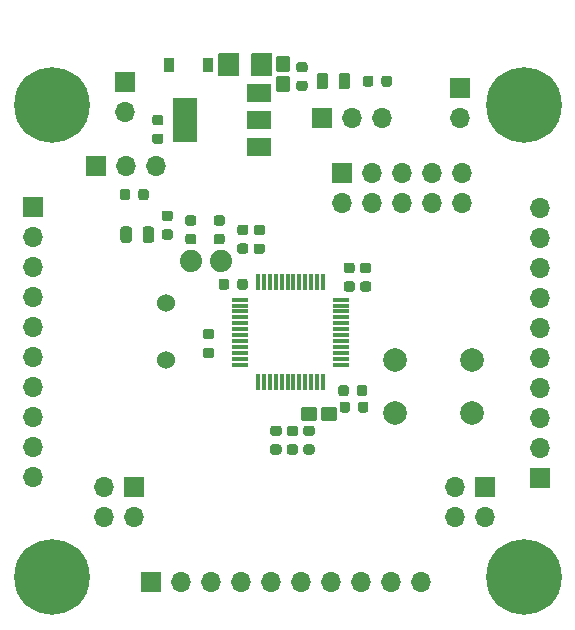
<source format=gbr>
%TF.GenerationSoftware,KiCad,Pcbnew,5.1.10-88a1d61d58~88~ubuntu20.04.1*%
%TF.CreationDate,2021-06-20T20:02:36+02:00*%
%TF.ProjectId,bluePillG,626c7565-5069-46c6-9c47-2e6b69636164,rev?*%
%TF.SameCoordinates,Original*%
%TF.FileFunction,Soldermask,Top*%
%TF.FilePolarity,Negative*%
%FSLAX46Y46*%
G04 Gerber Fmt 4.6, Leading zero omitted, Abs format (unit mm)*
G04 Created by KiCad (PCBNEW 5.1.10-88a1d61d58~88~ubuntu20.04.1) date 2021-06-20 20:02:36*
%MOMM*%
%LPD*%
G01*
G04 APERTURE LIST*
%ADD10R,0.900000X1.200000*%
%ADD11C,0.800000*%
%ADD12C,6.400000*%
%ADD13C,1.524000*%
%ADD14C,1.879600*%
%ADD15R,2.000000X1.500000*%
%ADD16R,2.000000X3.800000*%
%ADD17C,2.000000*%
%ADD18O,1.700000X1.700000*%
%ADD19R,1.700000X1.700000*%
%ADD20R,0.300000X1.475000*%
%ADD21R,1.475000X0.300000*%
G04 APERTURE END LIST*
D10*
%TO.C,D1*%
X43950000Y-43600000D03*
X47250000Y-43600000D03*
%TD*%
%TO.C,C7*%
G36*
G01*
X51856250Y-58050000D02*
X51343750Y-58050000D01*
G75*
G02*
X51125000Y-57831250I0J218750D01*
G01*
X51125000Y-57393750D01*
G75*
G02*
X51343750Y-57175000I218750J0D01*
G01*
X51856250Y-57175000D01*
G75*
G02*
X52075000Y-57393750I0J-218750D01*
G01*
X52075000Y-57831250D01*
G75*
G02*
X51856250Y-58050000I-218750J0D01*
G01*
G37*
G36*
G01*
X51856250Y-59625000D02*
X51343750Y-59625000D01*
G75*
G02*
X51125000Y-59406250I0J218750D01*
G01*
X51125000Y-58968750D01*
G75*
G02*
X51343750Y-58750000I218750J0D01*
G01*
X51856250Y-58750000D01*
G75*
G02*
X52075000Y-58968750I0J-218750D01*
G01*
X52075000Y-59406250D01*
G75*
G02*
X51856250Y-59625000I-218750J0D01*
G01*
G37*
%TD*%
D11*
%TO.C,H4*%
X75697056Y-85302944D03*
X74000000Y-84600000D03*
X72302944Y-85302944D03*
X71600000Y-87000000D03*
X72302944Y-88697056D03*
X74000000Y-89400000D03*
X75697056Y-88697056D03*
X76400000Y-87000000D03*
D12*
X74000000Y-87000000D03*
%TD*%
D11*
%TO.C,H3*%
X75697056Y-45302944D03*
X74000000Y-44600000D03*
X72302944Y-45302944D03*
X71600000Y-47000000D03*
X72302944Y-48697056D03*
X74000000Y-49400000D03*
X75697056Y-48697056D03*
X76400000Y-47000000D03*
D12*
X74000000Y-47000000D03*
%TD*%
D13*
%TO.C,Y2*%
X43700000Y-68626000D03*
X43700000Y-63800000D03*
%TD*%
D14*
%TO.C,Y1*%
X45800000Y-60200000D03*
X48340000Y-60200000D03*
%TD*%
D15*
%TO.C,U1*%
X51600000Y-50600000D03*
X51600000Y-46000000D03*
X51600000Y-48300000D03*
D16*
X45300000Y-48300000D03*
%TD*%
D17*
%TO.C,SW1*%
X69600000Y-68600000D03*
X69600000Y-73100000D03*
X63100000Y-68600000D03*
X63100000Y-73100000D03*
%TD*%
%TO.C,R5*%
G36*
G01*
X43543750Y-57550000D02*
X44056250Y-57550000D01*
G75*
G02*
X44275000Y-57768750I0J-218750D01*
G01*
X44275000Y-58206250D01*
G75*
G02*
X44056250Y-58425000I-218750J0D01*
G01*
X43543750Y-58425000D01*
G75*
G02*
X43325000Y-58206250I0J218750D01*
G01*
X43325000Y-57768750D01*
G75*
G02*
X43543750Y-57550000I218750J0D01*
G01*
G37*
G36*
G01*
X43543750Y-55975000D02*
X44056250Y-55975000D01*
G75*
G02*
X44275000Y-56193750I0J-218750D01*
G01*
X44275000Y-56631250D01*
G75*
G02*
X44056250Y-56850000I-218750J0D01*
G01*
X43543750Y-56850000D01*
G75*
G02*
X43325000Y-56631250I0J218750D01*
G01*
X43325000Y-56193750D01*
G75*
G02*
X43543750Y-55975000I218750J0D01*
G01*
G37*
%TD*%
%TO.C,R4*%
G36*
G01*
X40650000Y-54343750D02*
X40650000Y-54856250D01*
G75*
G02*
X40431250Y-55075000I-218750J0D01*
G01*
X39993750Y-55075000D01*
G75*
G02*
X39775000Y-54856250I0J218750D01*
G01*
X39775000Y-54343750D01*
G75*
G02*
X39993750Y-54125000I218750J0D01*
G01*
X40431250Y-54125000D01*
G75*
G02*
X40650000Y-54343750I0J-218750D01*
G01*
G37*
G36*
G01*
X42225000Y-54343750D02*
X42225000Y-54856250D01*
G75*
G02*
X42006250Y-55075000I-218750J0D01*
G01*
X41568750Y-55075000D01*
G75*
G02*
X41350000Y-54856250I0J218750D01*
G01*
X41350000Y-54343750D01*
G75*
G02*
X41568750Y-54125000I218750J0D01*
G01*
X42006250Y-54125000D01*
G75*
G02*
X42225000Y-54343750I0J-218750D01*
G01*
G37*
%TD*%
%TO.C,R3*%
G36*
G01*
X47043750Y-67562500D02*
X47556250Y-67562500D01*
G75*
G02*
X47775000Y-67781250I0J-218750D01*
G01*
X47775000Y-68218750D01*
G75*
G02*
X47556250Y-68437500I-218750J0D01*
G01*
X47043750Y-68437500D01*
G75*
G02*
X46825000Y-68218750I0J218750D01*
G01*
X46825000Y-67781250D01*
G75*
G02*
X47043750Y-67562500I218750J0D01*
G01*
G37*
G36*
G01*
X47043750Y-65987500D02*
X47556250Y-65987500D01*
G75*
G02*
X47775000Y-66206250I0J-218750D01*
G01*
X47775000Y-66643750D01*
G75*
G02*
X47556250Y-66862500I-218750J0D01*
G01*
X47043750Y-66862500D01*
G75*
G02*
X46825000Y-66643750I0J218750D01*
G01*
X46825000Y-66206250D01*
G75*
G02*
X47043750Y-65987500I218750J0D01*
G01*
G37*
%TD*%
%TO.C,R1*%
G36*
G01*
X61937500Y-45256250D02*
X61937500Y-44743750D01*
G75*
G02*
X62156250Y-44525000I218750J0D01*
G01*
X62593750Y-44525000D01*
G75*
G02*
X62812500Y-44743750I0J-218750D01*
G01*
X62812500Y-45256250D01*
G75*
G02*
X62593750Y-45475000I-218750J0D01*
G01*
X62156250Y-45475000D01*
G75*
G02*
X61937500Y-45256250I0J218750D01*
G01*
G37*
G36*
G01*
X60362500Y-45256250D02*
X60362500Y-44743750D01*
G75*
G02*
X60581250Y-44525000I218750J0D01*
G01*
X61018750Y-44525000D01*
G75*
G02*
X61237500Y-44743750I0J-218750D01*
G01*
X61237500Y-45256250D01*
G75*
G02*
X61018750Y-45475000I-218750J0D01*
G01*
X60581250Y-45475000D01*
G75*
G02*
X60362500Y-45256250I0J218750D01*
G01*
G37*
%TD*%
D18*
%TO.C,J10*%
X38460000Y-81940000D03*
X41000000Y-81940000D03*
X38460000Y-79400000D03*
D19*
X41000000Y-79400000D03*
%TD*%
D18*
%TO.C,J9*%
X68200000Y-81940000D03*
X70740000Y-81940000D03*
X68200000Y-79400000D03*
D19*
X70740000Y-79400000D03*
%TD*%
D18*
%TO.C,J8*%
X75400000Y-55740000D03*
X75400000Y-58280000D03*
X75400000Y-60820000D03*
X75400000Y-63360000D03*
X75400000Y-65900000D03*
X75400000Y-68440000D03*
X75400000Y-70980000D03*
X75400000Y-73520000D03*
X75400000Y-76060000D03*
D19*
X75400000Y-78600000D03*
%TD*%
D18*
%TO.C,J7*%
X65260000Y-87400000D03*
X62720000Y-87400000D03*
X60180000Y-87400000D03*
X57640000Y-87400000D03*
X55100000Y-87400000D03*
X52560000Y-87400000D03*
X50020000Y-87400000D03*
X47480000Y-87400000D03*
X44940000Y-87400000D03*
D19*
X42400000Y-87400000D03*
%TD*%
D18*
%TO.C,J6*%
X32400000Y-78540000D03*
X32400000Y-76000000D03*
X32400000Y-73460000D03*
X32400000Y-70920000D03*
X32400000Y-68380000D03*
X32400000Y-65840000D03*
X32400000Y-63300000D03*
X32400000Y-60760000D03*
X32400000Y-58220000D03*
D19*
X32400000Y-55680000D03*
%TD*%
D18*
%TO.C,J5*%
X68600000Y-48140000D03*
D19*
X68600000Y-45600000D03*
%TD*%
D18*
%TO.C,J4*%
X40200000Y-47600000D03*
D19*
X40200000Y-45060000D03*
%TD*%
D18*
%TO.C,J3*%
X61980000Y-48100000D03*
X59440000Y-48100000D03*
D19*
X56900000Y-48100000D03*
%TD*%
D18*
%TO.C,J2*%
X42880000Y-52200000D03*
X40340000Y-52200000D03*
D19*
X37800000Y-52200000D03*
%TD*%
D18*
%TO.C,J1*%
X68760000Y-55340000D03*
X68760000Y-52800000D03*
X66220000Y-55340000D03*
X66220000Y-52800000D03*
X63680000Y-55340000D03*
X63680000Y-52800000D03*
X61140000Y-55340000D03*
X61140000Y-52800000D03*
X58600000Y-55340000D03*
D19*
X58600000Y-52800000D03*
%TD*%
D20*
%TO.C,IC1*%
X51488000Y-62012000D03*
X51988000Y-62012000D03*
X52488000Y-62012000D03*
X52988000Y-62012000D03*
X53488000Y-62012000D03*
X53988000Y-62012000D03*
X54488000Y-62012000D03*
X54988000Y-62012000D03*
X55488000Y-62012000D03*
X55988000Y-62012000D03*
X56488000Y-62012000D03*
X56988000Y-62012000D03*
D21*
X58476000Y-63500000D03*
X58476000Y-64000000D03*
X58476000Y-64500000D03*
X58476000Y-65000000D03*
X58476000Y-65500000D03*
X58476000Y-66000000D03*
X58476000Y-66500000D03*
X58476000Y-67000000D03*
X58476000Y-67500000D03*
X58476000Y-68000000D03*
X58476000Y-68500000D03*
X58476000Y-69000000D03*
D20*
X56988000Y-70488000D03*
X56488000Y-70488000D03*
X55988000Y-70488000D03*
X55488000Y-70488000D03*
X54988000Y-70488000D03*
X54488000Y-70488000D03*
X53988000Y-70488000D03*
X53488000Y-70488000D03*
X52988000Y-70488000D03*
X52488000Y-70488000D03*
X51988000Y-70488000D03*
X51488000Y-70488000D03*
D21*
X50000000Y-69000000D03*
X50000000Y-68500000D03*
X50000000Y-68000000D03*
X50000000Y-67500000D03*
X50000000Y-67000000D03*
X50000000Y-66500000D03*
X50000000Y-66000000D03*
X50000000Y-65500000D03*
X50000000Y-65000000D03*
X50000000Y-64500000D03*
X50000000Y-64000000D03*
X50000000Y-63500000D03*
%TD*%
D11*
%TO.C,H2*%
X35697056Y-85302944D03*
X34000000Y-84600000D03*
X32302944Y-85302944D03*
X31600000Y-87000000D03*
X32302944Y-88697056D03*
X34000000Y-89400000D03*
X35697056Y-88697056D03*
X36400000Y-87000000D03*
D12*
X34000000Y-87000000D03*
%TD*%
D11*
%TO.C,H1*%
X35697056Y-45302944D03*
X34000000Y-44600000D03*
X32302944Y-45302944D03*
X31600000Y-47000000D03*
X32302944Y-48697056D03*
X34000000Y-49400000D03*
X35697056Y-48697056D03*
X36400000Y-47000000D03*
D12*
X34000000Y-47000000D03*
%TD*%
%TO.C,FB2*%
G36*
G01*
X56845210Y-73699110D02*
X56845210Y-72700890D01*
G75*
G02*
X56946810Y-72599290I101600J0D01*
G01*
X58046630Y-72599290D01*
G75*
G02*
X58148230Y-72700890I0J-101600D01*
G01*
X58148230Y-73699110D01*
G75*
G02*
X58046630Y-73800710I-101600J0D01*
G01*
X56946810Y-73800710D01*
G75*
G02*
X56845210Y-73699110I0J101600D01*
G01*
G37*
G36*
G01*
X55148490Y-73699110D02*
X55148490Y-72700890D01*
G75*
G02*
X55250090Y-72599290I101600J0D01*
G01*
X56349910Y-72599290D01*
G75*
G02*
X56451510Y-72700890I0J-101600D01*
G01*
X56451510Y-73699110D01*
G75*
G02*
X56349910Y-73800710I-101600J0D01*
G01*
X55250090Y-73800710D01*
G75*
G02*
X55148490Y-73699110I0J101600D01*
G01*
G37*
%TD*%
%TO.C,FB1*%
G36*
G01*
X54099110Y-44203150D02*
X53100890Y-44203150D01*
G75*
G02*
X52999290Y-44101550I0J101600D01*
G01*
X52999290Y-43001730D01*
G75*
G02*
X53100890Y-42900130I101600J0D01*
G01*
X54099110Y-42900130D01*
G75*
G02*
X54200710Y-43001730I0J-101600D01*
G01*
X54200710Y-44101550D01*
G75*
G02*
X54099110Y-44203150I-101600J0D01*
G01*
G37*
G36*
G01*
X54099110Y-45899870D02*
X53100890Y-45899870D01*
G75*
G02*
X52999290Y-45798270I0J101600D01*
G01*
X52999290Y-44698450D01*
G75*
G02*
X53100890Y-44596850I101600J0D01*
G01*
X54099110Y-44596850D01*
G75*
G02*
X54200710Y-44698450I0J-101600D01*
G01*
X54200710Y-45798270D01*
G75*
G02*
X54099110Y-45899870I-101600J0D01*
G01*
G37*
%TD*%
%TO.C,F1*%
G36*
G01*
X49900430Y-42700840D02*
X49900430Y-44499160D01*
G75*
G02*
X49798830Y-44600760I-101600J0D01*
G01*
X48201170Y-44600760D01*
G75*
G02*
X48099570Y-44499160I0J101600D01*
G01*
X48099570Y-42700840D01*
G75*
G02*
X48201170Y-42599240I101600J0D01*
G01*
X49798830Y-42599240D01*
G75*
G02*
X49900430Y-42700840I0J-101600D01*
G01*
G37*
G36*
G01*
X52699510Y-42700840D02*
X52699510Y-44499160D01*
G75*
G02*
X52597910Y-44600760I-101600J0D01*
G01*
X51000250Y-44600760D01*
G75*
G02*
X50898650Y-44499160I0J101600D01*
G01*
X50898650Y-42700840D01*
G75*
G02*
X51000250Y-42599240I101600J0D01*
G01*
X52597910Y-42599240D01*
G75*
G02*
X52699510Y-42700840I0J-101600D01*
G01*
G37*
%TD*%
%TO.C,D3*%
G36*
G01*
X41712500Y-58456250D02*
X41712500Y-57543750D01*
G75*
G02*
X41956250Y-57300000I243750J0D01*
G01*
X42443750Y-57300000D01*
G75*
G02*
X42687500Y-57543750I0J-243750D01*
G01*
X42687500Y-58456250D01*
G75*
G02*
X42443750Y-58700000I-243750J0D01*
G01*
X41956250Y-58700000D01*
G75*
G02*
X41712500Y-58456250I0J243750D01*
G01*
G37*
G36*
G01*
X39837500Y-58456250D02*
X39837500Y-57543750D01*
G75*
G02*
X40081250Y-57300000I243750J0D01*
G01*
X40568750Y-57300000D01*
G75*
G02*
X40812500Y-57543750I0J-243750D01*
G01*
X40812500Y-58456250D01*
G75*
G02*
X40568750Y-58700000I-243750J0D01*
G01*
X40081250Y-58700000D01*
G75*
G02*
X39837500Y-58456250I0J243750D01*
G01*
G37*
%TD*%
%TO.C,D2*%
G36*
G01*
X57412500Y-44543750D02*
X57412500Y-45456250D01*
G75*
G02*
X57168750Y-45700000I-243750J0D01*
G01*
X56681250Y-45700000D01*
G75*
G02*
X56437500Y-45456250I0J243750D01*
G01*
X56437500Y-44543750D01*
G75*
G02*
X56681250Y-44300000I243750J0D01*
G01*
X57168750Y-44300000D01*
G75*
G02*
X57412500Y-44543750I0J-243750D01*
G01*
G37*
G36*
G01*
X59287500Y-44543750D02*
X59287500Y-45456250D01*
G75*
G02*
X59043750Y-45700000I-243750J0D01*
G01*
X58556250Y-45700000D01*
G75*
G02*
X58312500Y-45456250I0J243750D01*
G01*
X58312500Y-44543750D01*
G75*
G02*
X58556250Y-44300000I243750J0D01*
G01*
X59043750Y-44300000D01*
G75*
G02*
X59287500Y-44543750I0J-243750D01*
G01*
G37*
%TD*%
%TO.C,C17*%
G36*
G01*
X46056250Y-57237500D02*
X45543750Y-57237500D01*
G75*
G02*
X45325000Y-57018750I0J218750D01*
G01*
X45325000Y-56581250D01*
G75*
G02*
X45543750Y-56362500I218750J0D01*
G01*
X46056250Y-56362500D01*
G75*
G02*
X46275000Y-56581250I0J-218750D01*
G01*
X46275000Y-57018750D01*
G75*
G02*
X46056250Y-57237500I-218750J0D01*
G01*
G37*
G36*
G01*
X46056250Y-58812500D02*
X45543750Y-58812500D01*
G75*
G02*
X45325000Y-58593750I0J218750D01*
G01*
X45325000Y-58156250D01*
G75*
G02*
X45543750Y-57937500I218750J0D01*
G01*
X46056250Y-57937500D01*
G75*
G02*
X46275000Y-58156250I0J-218750D01*
G01*
X46275000Y-58593750D01*
G75*
G02*
X46056250Y-58812500I-218750J0D01*
G01*
G37*
%TD*%
%TO.C,C16*%
G36*
G01*
X48456250Y-57237500D02*
X47943750Y-57237500D01*
G75*
G02*
X47725000Y-57018750I0J218750D01*
G01*
X47725000Y-56581250D01*
G75*
G02*
X47943750Y-56362500I218750J0D01*
G01*
X48456250Y-56362500D01*
G75*
G02*
X48675000Y-56581250I0J-218750D01*
G01*
X48675000Y-57018750D01*
G75*
G02*
X48456250Y-57237500I-218750J0D01*
G01*
G37*
G36*
G01*
X48456250Y-58812500D02*
X47943750Y-58812500D01*
G75*
G02*
X47725000Y-58593750I0J218750D01*
G01*
X47725000Y-58156250D01*
G75*
G02*
X47943750Y-57937500I218750J0D01*
G01*
X48456250Y-57937500D01*
G75*
G02*
X48675000Y-58156250I0J-218750D01*
G01*
X48675000Y-58593750D01*
G75*
G02*
X48456250Y-58812500I-218750J0D01*
G01*
G37*
%TD*%
%TO.C,C14*%
G36*
G01*
X42743750Y-49437500D02*
X43256250Y-49437500D01*
G75*
G02*
X43475000Y-49656250I0J-218750D01*
G01*
X43475000Y-50093750D01*
G75*
G02*
X43256250Y-50312500I-218750J0D01*
G01*
X42743750Y-50312500D01*
G75*
G02*
X42525000Y-50093750I0J218750D01*
G01*
X42525000Y-49656250D01*
G75*
G02*
X42743750Y-49437500I218750J0D01*
G01*
G37*
G36*
G01*
X42743750Y-47862500D02*
X43256250Y-47862500D01*
G75*
G02*
X43475000Y-48081250I0J-218750D01*
G01*
X43475000Y-48518750D01*
G75*
G02*
X43256250Y-48737500I-218750J0D01*
G01*
X42743750Y-48737500D01*
G75*
G02*
X42525000Y-48518750I0J218750D01*
G01*
X42525000Y-48081250D01*
G75*
G02*
X42743750Y-47862500I218750J0D01*
G01*
G37*
%TD*%
%TO.C,C13*%
G36*
G01*
X55456250Y-44262500D02*
X54943750Y-44262500D01*
G75*
G02*
X54725000Y-44043750I0J218750D01*
G01*
X54725000Y-43606250D01*
G75*
G02*
X54943750Y-43387500I218750J0D01*
G01*
X55456250Y-43387500D01*
G75*
G02*
X55675000Y-43606250I0J-218750D01*
G01*
X55675000Y-44043750D01*
G75*
G02*
X55456250Y-44262500I-218750J0D01*
G01*
G37*
G36*
G01*
X55456250Y-45837500D02*
X54943750Y-45837500D01*
G75*
G02*
X54725000Y-45618750I0J218750D01*
G01*
X54725000Y-45181250D01*
G75*
G02*
X54943750Y-44962500I218750J0D01*
G01*
X55456250Y-44962500D01*
G75*
G02*
X55675000Y-45181250I0J-218750D01*
G01*
X55675000Y-45618750D01*
G75*
G02*
X55456250Y-45837500I-218750J0D01*
G01*
G37*
%TD*%
%TO.C,C12*%
G36*
G01*
X59456250Y-61250000D02*
X58943750Y-61250000D01*
G75*
G02*
X58725000Y-61031250I0J218750D01*
G01*
X58725000Y-60593750D01*
G75*
G02*
X58943750Y-60375000I218750J0D01*
G01*
X59456250Y-60375000D01*
G75*
G02*
X59675000Y-60593750I0J-218750D01*
G01*
X59675000Y-61031250D01*
G75*
G02*
X59456250Y-61250000I-218750J0D01*
G01*
G37*
G36*
G01*
X59456250Y-62825000D02*
X58943750Y-62825000D01*
G75*
G02*
X58725000Y-62606250I0J218750D01*
G01*
X58725000Y-62168750D01*
G75*
G02*
X58943750Y-61950000I218750J0D01*
G01*
X59456250Y-61950000D01*
G75*
G02*
X59675000Y-62168750I0J-218750D01*
G01*
X59675000Y-62606250D01*
G75*
G02*
X59456250Y-62825000I-218750J0D01*
G01*
G37*
%TD*%
%TO.C,C11*%
G36*
G01*
X60856250Y-61262500D02*
X60343750Y-61262500D01*
G75*
G02*
X60125000Y-61043750I0J218750D01*
G01*
X60125000Y-60606250D01*
G75*
G02*
X60343750Y-60387500I218750J0D01*
G01*
X60856250Y-60387500D01*
G75*
G02*
X61075000Y-60606250I0J-218750D01*
G01*
X61075000Y-61043750D01*
G75*
G02*
X60856250Y-61262500I-218750J0D01*
G01*
G37*
G36*
G01*
X60856250Y-62837500D02*
X60343750Y-62837500D01*
G75*
G02*
X60125000Y-62618750I0J218750D01*
G01*
X60125000Y-62181250D01*
G75*
G02*
X60343750Y-61962500I218750J0D01*
G01*
X60856250Y-61962500D01*
G75*
G02*
X61075000Y-62181250I0J-218750D01*
G01*
X61075000Y-62618750D01*
G75*
G02*
X60856250Y-62837500I-218750J0D01*
G01*
G37*
%TD*%
%TO.C,C10*%
G36*
G01*
X59850000Y-71456250D02*
X59850000Y-70943750D01*
G75*
G02*
X60068750Y-70725000I218750J0D01*
G01*
X60506250Y-70725000D01*
G75*
G02*
X60725000Y-70943750I0J-218750D01*
G01*
X60725000Y-71456250D01*
G75*
G02*
X60506250Y-71675000I-218750J0D01*
G01*
X60068750Y-71675000D01*
G75*
G02*
X59850000Y-71456250I0J218750D01*
G01*
G37*
G36*
G01*
X58275000Y-71456250D02*
X58275000Y-70943750D01*
G75*
G02*
X58493750Y-70725000I218750J0D01*
G01*
X58931250Y-70725000D01*
G75*
G02*
X59150000Y-70943750I0J-218750D01*
G01*
X59150000Y-71456250D01*
G75*
G02*
X58931250Y-71675000I-218750J0D01*
G01*
X58493750Y-71675000D01*
G75*
G02*
X58275000Y-71456250I0J218750D01*
G01*
G37*
%TD*%
%TO.C,C9*%
G36*
G01*
X59962500Y-72856250D02*
X59962500Y-72343750D01*
G75*
G02*
X60181250Y-72125000I218750J0D01*
G01*
X60618750Y-72125000D01*
G75*
G02*
X60837500Y-72343750I0J-218750D01*
G01*
X60837500Y-72856250D01*
G75*
G02*
X60618750Y-73075000I-218750J0D01*
G01*
X60181250Y-73075000D01*
G75*
G02*
X59962500Y-72856250I0J218750D01*
G01*
G37*
G36*
G01*
X58387500Y-72856250D02*
X58387500Y-72343750D01*
G75*
G02*
X58606250Y-72125000I218750J0D01*
G01*
X59043750Y-72125000D01*
G75*
G02*
X59262500Y-72343750I0J-218750D01*
G01*
X59262500Y-72856250D01*
G75*
G02*
X59043750Y-73075000I-218750J0D01*
G01*
X58606250Y-73075000D01*
G75*
G02*
X58387500Y-72856250I0J218750D01*
G01*
G37*
%TD*%
%TO.C,C8*%
G36*
G01*
X50456250Y-58037500D02*
X49943750Y-58037500D01*
G75*
G02*
X49725000Y-57818750I0J218750D01*
G01*
X49725000Y-57381250D01*
G75*
G02*
X49943750Y-57162500I218750J0D01*
G01*
X50456250Y-57162500D01*
G75*
G02*
X50675000Y-57381250I0J-218750D01*
G01*
X50675000Y-57818750D01*
G75*
G02*
X50456250Y-58037500I-218750J0D01*
G01*
G37*
G36*
G01*
X50456250Y-59612500D02*
X49943750Y-59612500D01*
G75*
G02*
X49725000Y-59393750I0J218750D01*
G01*
X49725000Y-58956250D01*
G75*
G02*
X49943750Y-58737500I218750J0D01*
G01*
X50456250Y-58737500D01*
G75*
G02*
X50675000Y-58956250I0J-218750D01*
G01*
X50675000Y-59393750D01*
G75*
G02*
X50456250Y-59612500I-218750J0D01*
G01*
G37*
%TD*%
%TO.C,C6*%
G36*
G01*
X49737500Y-62456250D02*
X49737500Y-61943750D01*
G75*
G02*
X49956250Y-61725000I218750J0D01*
G01*
X50393750Y-61725000D01*
G75*
G02*
X50612500Y-61943750I0J-218750D01*
G01*
X50612500Y-62456250D01*
G75*
G02*
X50393750Y-62675000I-218750J0D01*
G01*
X49956250Y-62675000D01*
G75*
G02*
X49737500Y-62456250I0J218750D01*
G01*
G37*
G36*
G01*
X48162500Y-62456250D02*
X48162500Y-61943750D01*
G75*
G02*
X48381250Y-61725000I218750J0D01*
G01*
X48818750Y-61725000D01*
G75*
G02*
X49037500Y-61943750I0J-218750D01*
G01*
X49037500Y-62456250D01*
G75*
G02*
X48818750Y-62675000I-218750J0D01*
G01*
X48381250Y-62675000D01*
G75*
G02*
X48162500Y-62456250I0J218750D01*
G01*
G37*
%TD*%
%TO.C,C4*%
G36*
G01*
X55543750Y-75750000D02*
X56056250Y-75750000D01*
G75*
G02*
X56275000Y-75968750I0J-218750D01*
G01*
X56275000Y-76406250D01*
G75*
G02*
X56056250Y-76625000I-218750J0D01*
G01*
X55543750Y-76625000D01*
G75*
G02*
X55325000Y-76406250I0J218750D01*
G01*
X55325000Y-75968750D01*
G75*
G02*
X55543750Y-75750000I218750J0D01*
G01*
G37*
G36*
G01*
X55543750Y-74175000D02*
X56056250Y-74175000D01*
G75*
G02*
X56275000Y-74393750I0J-218750D01*
G01*
X56275000Y-74831250D01*
G75*
G02*
X56056250Y-75050000I-218750J0D01*
G01*
X55543750Y-75050000D01*
G75*
G02*
X55325000Y-74831250I0J218750D01*
G01*
X55325000Y-74393750D01*
G75*
G02*
X55543750Y-74175000I218750J0D01*
G01*
G37*
%TD*%
%TO.C,C3*%
G36*
G01*
X54143750Y-75750000D02*
X54656250Y-75750000D01*
G75*
G02*
X54875000Y-75968750I0J-218750D01*
G01*
X54875000Y-76406250D01*
G75*
G02*
X54656250Y-76625000I-218750J0D01*
G01*
X54143750Y-76625000D01*
G75*
G02*
X53925000Y-76406250I0J218750D01*
G01*
X53925000Y-75968750D01*
G75*
G02*
X54143750Y-75750000I218750J0D01*
G01*
G37*
G36*
G01*
X54143750Y-74175000D02*
X54656250Y-74175000D01*
G75*
G02*
X54875000Y-74393750I0J-218750D01*
G01*
X54875000Y-74831250D01*
G75*
G02*
X54656250Y-75050000I-218750J0D01*
G01*
X54143750Y-75050000D01*
G75*
G02*
X53925000Y-74831250I0J218750D01*
G01*
X53925000Y-74393750D01*
G75*
G02*
X54143750Y-74175000I218750J0D01*
G01*
G37*
%TD*%
%TO.C,C1*%
G36*
G01*
X52743750Y-75750000D02*
X53256250Y-75750000D01*
G75*
G02*
X53475000Y-75968750I0J-218750D01*
G01*
X53475000Y-76406250D01*
G75*
G02*
X53256250Y-76625000I-218750J0D01*
G01*
X52743750Y-76625000D01*
G75*
G02*
X52525000Y-76406250I0J218750D01*
G01*
X52525000Y-75968750D01*
G75*
G02*
X52743750Y-75750000I218750J0D01*
G01*
G37*
G36*
G01*
X52743750Y-74175000D02*
X53256250Y-74175000D01*
G75*
G02*
X53475000Y-74393750I0J-218750D01*
G01*
X53475000Y-74831250D01*
G75*
G02*
X53256250Y-75050000I-218750J0D01*
G01*
X52743750Y-75050000D01*
G75*
G02*
X52525000Y-74831250I0J218750D01*
G01*
X52525000Y-74393750D01*
G75*
G02*
X52743750Y-74175000I218750J0D01*
G01*
G37*
%TD*%
M02*

</source>
